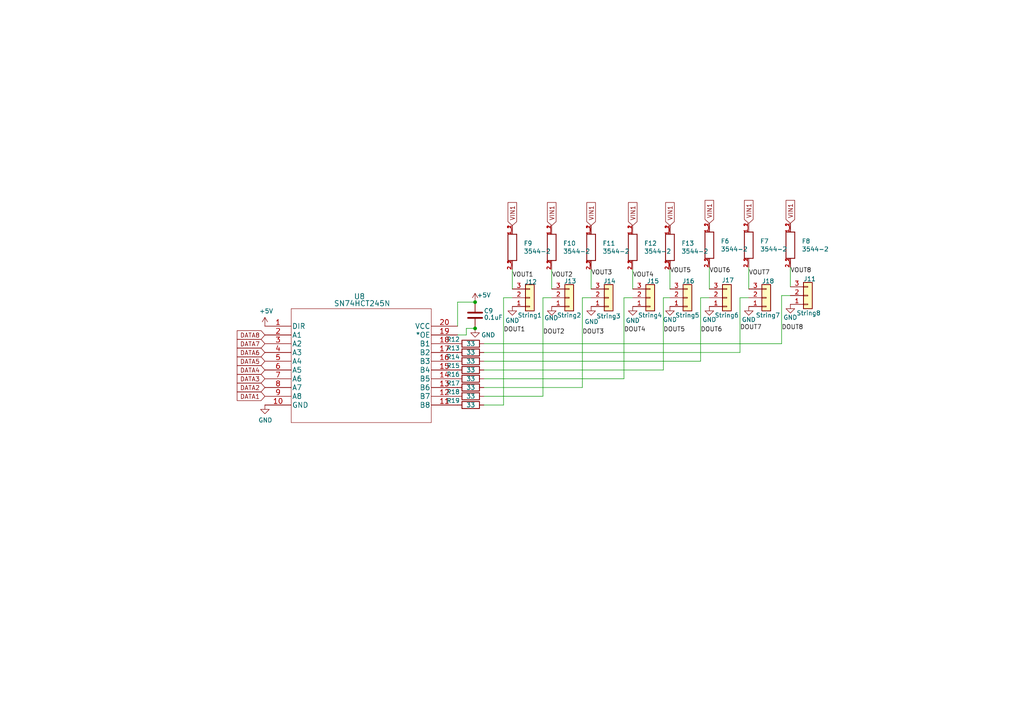
<source format=kicad_sch>
(kicad_sch (version 20211123) (generator eeschema)
  (paper "A4")
  (title_block (title "Pi CM4 16") (date "2022-09-03") (rev "v1") (company "Scott Hanson"))
  (lib_symbols
    (symbol "Connector_Generic:Conn_01x03" (pin_names (offset 1.016) hide)
      (property "Reference" "J" (at 0 5.08 0))
      (property "Value" "Conn_01x03" (at 0 -5.08 0))
      (symbol "Conn_01x03_1_1"
        (rectangle (start -1.27 -2.413) (end 0 -2.667) (stroke (width 0.1524)))
        (rectangle (start -1.27 0.127) (end 0 -0.127) (stroke (width 0.1524)))
        (rectangle (start -1.27 2.667) (end 0 2.413) (stroke (width 0.1524)))
        (rectangle (start -1.27 3.81) (end 1.27 -3.81) (stroke (width 0.254)) (fill (type background)))
        (pin passive line (at -5.08 2.54 0) (length 3.81) (name "Pin_1") (number "1"))
        (pin passive line (at -5.08 0 0) (length 3.81) (name "Pin_2") (number "2"))
        (pin passive line (at -5.08 -2.54 0) (length 3.81) (name "Pin_3") (number "3"))
      )
    )
    (symbol "Device:C" (pin_numbers hide) (pin_names (offset 0.254))
      (property "Reference" "C" (at 0.635 2.54 0))
      (property "Value" "C" (at 0.635 -2.54 0))
      (symbol "C_0_1"
        (polyline (pts (xy -2.032 -0.762) (xy 2.032 -0.762)) (stroke (width 0.508)))
        (polyline (pts (xy -2.032 0.762) (xy 2.032 0.762)) (stroke (width 0.508)))
      )
      (symbol "C_1_1"
        (pin passive line (at 0 3.81 270) (length 2.794) (name "~") (number "1"))
        (pin passive line (at 0 -3.81 90) (length 2.794) (name "~") (number "2"))
      )
    )
    (symbol "Device:R" (pin_numbers hide) (pin_names (offset 0))
      (property "Reference" "R" (at 2.032 0 90))
      (property "Value" "R" (at 0 0 90))
      (symbol "R_0_1"
        (rectangle (start -1.016 -2.54) (end 1.016 2.54) (stroke (width 0.254)))
      )
      (symbol "R_1_1"
        (pin passive line (at 0 3.81 270) (length 1.27) (name "~") (number "1"))
        (pin passive line (at 0 -3.81 90) (length 1.27) (name "~") (number "2"))
      )
    )
    (symbol "Pi_CM4_16-rescue:SN74HCT245N-SN74HCT245N" (pin_names (offset 0.254))
      (property "Reference" "U" (at 27.94 10.16 0))
      (property "Value" "SN74HCT245N-SN74HCT245N" (at 27.94 7.62 0))
      (symbol "SN74HCT245N-SN74HCT245N_1_0"
        (polyline (pts (xy 7.62 -27.94) (xy 48.26 -27.94)) (stroke (width 0.127)))
        (polyline (pts (xy 7.62 5.08) (xy 7.62 -27.94)) (stroke (width 0.127)))
        (polyline (pts (xy 48.26 -27.94) (xy 48.26 5.08)) (stroke (width 0.127)))
        (polyline (pts (xy 48.26 5.08) (xy 7.62 5.08)) (stroke (width 0.127)))
        (pin input line (at 0 0 0) (length 7.62) (name "DIR") (number "1"))
        (pin power_in line (at 0 -22.86 0) (length 7.62) (name "GND") (number "10"))
        (pin bidirectional line (at 55.88 -22.86 180) (length 7.62) (name "B8") (number "11"))
        (pin bidirectional line (at 55.88 -20.32 180) (length 7.62) (name "B7") (number "12"))
        (pin bidirectional line (at 55.88 -17.78 180) (length 7.62) (name "B6") (number "13"))
        (pin bidirectional line (at 55.88 -15.24 180) (length 7.62) (name "B5") (number "14"))
        (pin bidirectional line (at 55.88 -12.7 180) (length 7.62) (name "B4") (number "15"))
        (pin bidirectional line (at 55.88 -10.16 180) (length 7.62) (name "B3") (number "16"))
        (pin bidirectional line (at 55.88 -7.62 180) (length 7.62) (name "B2") (number "17"))
        (pin bidirectional line (at 55.88 -5.08 180) (length 7.62) (name "B1") (number "18"))
        (pin input line (at 55.88 -2.54 180) (length 7.62) (name "*OE") (number "19"))
        (pin bidirectional line (at 0 -2.54 0) (length 7.62) (name "A1") (number "2"))
        (pin power_in line (at 55.88 0 180) (length 7.62) (name "VCC") (number "20"))
        (pin bidirectional line (at 0 -5.08 0) (length 7.62) (name "A2") (number "3"))
        (pin bidirectional line (at 0 -7.62 0) (length 7.62) (name "A3") (number "4"))
        (pin bidirectional line (at 0 -10.16 0) (length 7.62) (name "A4") (number "5"))
        (pin bidirectional line (at 0 -12.7 0) (length 7.62) (name "A5") (number "6"))
        (pin bidirectional line (at 0 -15.24 0) (length 7.62) (name "A6") (number "7"))
        (pin bidirectional line (at 0 -17.78 0) (length 7.62) (name "A7") (number "8"))
        (pin bidirectional line (at 0 -20.32 0) (length 7.62) (name "A8") (number "9"))
      )
    )
    (symbol "Scotts:3544-2" (pin_names (offset 1.016) hide)
      (property "Reference" "F?" (at -3.81 2.54 0))
      (property "Value" "3544-2" (at -3.81 -2.54 0))
      (symbol "3544-2_0_0"
        (polyline (pts (xy -3.81 -1.27) (xy -3.81 1.27)) (stroke (width 0.254)))
        (polyline (pts (xy -3.81 1.27) (xy 3.81 1.27)) (stroke (width 0.254)))
        (polyline (pts (xy 3.81 -1.27) (xy -3.81 -1.27)) (stroke (width 0.254)))
        (polyline (pts (xy 3.81 1.27) (xy 3.81 -1.27)) (stroke (width 0.254)))
        (text "~" (at 0 0 0) (effects (font (size 1.27 1.27))))
        (pin passive line (at -6.35 0 0) (length 2.54) (name "1") (number "1_1"))
        (pin passive line (at -6.35 0 0) (length 2.54) (name "1") (number "1_2"))
        (pin passive line (at 6.35 0 180) (length 2.54) (name "2") (number "2_1"))
        (pin passive line (at 6.35 0 180) (length 2.54) (name "2") (number "2_2"))
      )
    )
    (symbol "power:+5V" (power) (pin_names (offset 0))
      (property "Value" "+5V" (at 0 3.556 0))
      (symbol "+5V_0_1"
        (polyline (pts (xy -0.762 1.27) (xy 0 2.54)))
        (polyline (pts (xy 0 0) (xy 0 2.54)))
        (polyline (pts (xy 0 2.54) (xy 0.762 1.27)))
      )
      (symbol "+5V_1_1"
        (pin power_in line (at 0 0 90) (length 0) hide (name "+5V") (number "1"))
      )
    )
    (symbol "power:GND" (power) (pin_names (offset 0))
      (property "Value" "GND" (at 0 -3.81 0))
      (symbol "GND_0_1"
        (polyline (pts (xy 0 0) (xy 0 -1.27) (xy 1.27 -1.27) (xy 0 -2.54) (xy -1.27 -1.27) (xy 0 -1.27)))
      )
      (symbol "GND_1_1"
        (pin power_in line (at 0 0 270) (length 0) hide (name "GND") (number "1"))
      )
    )
  )
  (junction (at 137.795 95.25))
  (junction (at 137.795 87.63))
  (wire (pts (xy 194.31 78.105) (xy 194.31 83.82)))
  (wire (pts (xy 140.335 104.775) (xy 203.2 104.775)))
  (wire (pts (xy 226.695 99.695) (xy 226.695 85.725)))
  (wire (pts (xy 132.715 97.155) (xy 135.255 97.155)))
  (wire (pts (xy 205.74 77.47) (xy 205.74 83.82)))
  (wire (pts (xy 217.17 86.36) (xy 214.63 86.36)))
  (wire (pts (xy 214.63 86.36) (xy 214.63 102.235)))
  (wire (pts (xy 132.715 87.63) (xy 132.715 94.615)))
  (wire (pts (xy 148.59 86.36) (xy 146.05 86.36)))
  (wire (pts (xy 135.255 95.25) (xy 137.795 95.25)))
  (wire (pts (xy 148.59 78.105) (xy 148.59 83.82)))
  (wire (pts (xy 160.02 86.36) (xy 157.48 86.36)))
  (wire (pts (xy 135.255 97.155) (xy 135.255 95.25)))
  (wire (pts (xy 140.335 99.695) (xy 226.695 99.695)))
  (wire (pts (xy 168.91 86.36) (xy 168.91 112.395)))
  (wire (pts (xy 183.515 86.36) (xy 180.975 86.36)))
  (wire (pts (xy 203.2 86.36) (xy 205.74 86.36)))
  (wire (pts (xy 171.45 86.36) (xy 168.91 86.36)))
  (wire (pts (xy 226.695 85.725) (xy 229.235 85.725)))
  (wire (pts (xy 214.63 102.235) (xy 140.335 102.235)))
  (wire (pts (xy 194.31 86.36) (xy 192.405 86.36)))
  (wire (pts (xy 146.05 86.36) (xy 146.05 117.475)))
  (wire (pts (xy 192.405 107.315) (xy 140.335 107.315)))
  (wire (pts (xy 157.48 86.36) (xy 157.48 114.935)))
  (wire (pts (xy 146.05 117.475) (xy 140.335 117.475)))
  (wire (pts (xy 157.48 114.935) (xy 140.335 114.935)))
  (wire (pts (xy 217.17 77.47) (xy 217.17 83.82)))
  (wire (pts (xy 183.515 78.105) (xy 183.515 83.82)))
  (wire (pts (xy 171.45 78.105) (xy 171.45 83.82)))
  (wire (pts (xy 229.235 77.47) (xy 229.235 83.185)))
  (wire (pts (xy 203.2 104.775) (xy 203.2 86.36)))
  (wire (pts (xy 137.795 87.63) (xy 132.715 87.63)))
  (wire (pts (xy 192.405 86.36) (xy 192.405 107.315)))
  (wire (pts (xy 168.91 112.395) (xy 140.335 112.395)))
  (wire (pts (xy 180.975 109.855) (xy 140.335 109.855)))
  (wire (pts (xy 180.975 86.36) (xy 180.975 109.855)))
  (wire (pts (xy 160.02 78.105) (xy 160.02 83.82)))
  (label "VOUT7" (at 217.17 80.01 0))
  (label "VOUT2" (at 160.02 80.645 0))
  (label "DOUT3" (at 168.91 97.155 0))
  (label "VOUT3" (at 171.45 80.01 0))
  (label "DOUT6" (at 203.2 96.52 0))
  (label "DOUT2" (at 157.48 97.155 0))
  (label "DOUT8" (at 226.695 95.885 0))
  (label "VOUT5" (at 194.31 79.375 0))
  (label "DOUT1" (at 146.05 96.52 0))
  (label "VOUT1" (at 148.59 80.645 0))
  (label "DOUT5" (at 192.405 96.52 0))
  (label "VOUT6" (at 205.74 79.375 0))
  (label "VOUT4" (at 183.515 80.645 0))
  (label "DOUT7" (at 214.63 95.885 0))
  (label "VOUT8" (at 229.235 79.375 0))
  (label "DOUT4" (at 180.975 96.52 0))
  (global_label "VIN1" (shape input) (at 171.45 65.405 90) (property "Intersheet References" "${INTERSHEET_REFS}" (effects hide)))
  (global_label "DATA2" (shape input) (at 76.835 112.395 180) (property "Intersheet References" "${INTERSHEET_REFS}" (effects hide)))
  (global_label "VIN1" (shape input) (at 217.17 64.77 90) (property "Intersheet References" "${INTERSHEET_REFS}" (effects hide)))
  (global_label "DATA8" (shape input) (at 76.835 97.155 180) (property "Intersheet References" "${INTERSHEET_REFS}" (effects hide)))
  (global_label "DATA6" (shape input) (at 76.835 102.235 180) (property "Intersheet References" "${INTERSHEET_REFS}" (effects hide)))
  (global_label "DATA1" (shape input) (at 76.835 114.935 180) (property "Intersheet References" "${INTERSHEET_REFS}" (effects hide)))
  (global_label "DATA4" (shape input) (at 76.835 107.315 180) (property "Intersheet References" "${INTERSHEET_REFS}" (effects hide)))
  (global_label "DATA3" (shape input) (at 76.835 109.855 180) (property "Intersheet References" "${INTERSHEET_REFS}" (effects hide)))
  (global_label "DATA7" (shape input) (at 76.835 99.695 180) (property "Intersheet References" "${INTERSHEET_REFS}" (effects hide)))
  (global_label "DATA5" (shape input) (at 76.835 104.775 180) (property "Intersheet References" "${INTERSHEET_REFS}" (effects hide)))
  (global_label "VIN1" (shape input) (at 183.515 65.405 90) (property "Intersheet References" "${INTERSHEET_REFS}" (effects hide)))
  (global_label "VIN1" (shape input) (at 229.235 64.77 90) (property "Intersheet References" "${INTERSHEET_REFS}" (effects hide)))
  (global_label "VIN1" (shape input) (at 194.31 65.405 90) (property "Intersheet References" "${INTERSHEET_REFS}" (effects hide)))
  (global_label "VIN1" (shape input) (at 160.02 65.405 90) (property "Intersheet References" "${INTERSHEET_REFS}" (effects hide)))
  (global_label "VIN1" (shape input) (at 205.74 64.77 90) (property "Intersheet References" "${INTERSHEET_REFS}" (effects hide)))
  (global_label "VIN1" (shape input) (at 148.59 65.405 90) (property "Intersheet References" "${INTERSHEET_REFS}" (effects hide)))
  (symbol (lib_id "Connector_Generic:Conn_01x03") (at 153.67 86.36 0) (mirror x) (unit 1)
    (property "Reference" "J12" (at 152.146 81.788 0) (effects (justify left)))
    (property "Value" "String1" (at 150.114 91.44 0) (effects (justify left)))
    (property "Footprint" "Scotts:PhoenixContact_MCV_3.81mm_3.5mm_1x03_Vertical" (effects hide))
    (property "Digi-Key_PN" "277-5737-ND/ED10555-ND" (effects hide))
    (property "MPN" "1843619/OSTTJ0311530" (effects hide))
    (property "LCSC" "C192778" (effects hide))
  )
  (symbol (lib_id "Connector_Generic:Conn_01x03") (at 165.1 86.36 0) (mirror x) (unit 1)
    (property "Reference" "J13" (at 163.576 81.534 0) (effects (justify left)))
    (property "Value" "String2" (at 161.544 91.44 0) (effects (justify left)))
    (property "Footprint" "Scotts:PhoenixContact_MCV_3.81mm_3.5mm_1x03_Vertical" (effects hide))
    (property "Digi-Key_PN" "277-5737-ND/ED10555-ND" (effects hide))
    (property "MPN" "1843619/OSTTJ0311530" (effects hide))
    (property "LCSC" "C192778" (effects hide))
  )
  (symbol (lib_id "Connector_Generic:Conn_01x03") (at 176.53 86.36 0) (mirror x) (unit 1)
    (property "Reference" "J14" (at 175.006 81.534 0) (effects (justify left)))
    (property "Value" "String3" (at 172.974 91.694 0) (effects (justify left)))
    (property "Footprint" "Scotts:PhoenixContact_MCV_3.81mm_3.5mm_1x03_Vertical" (effects hide))
    (property "Digi-Key_PN" "277-5737-ND/ED10555-ND" (effects hide))
    (property "MPN" "1843619/OSTTJ0311530" (effects hide))
    (property "LCSC" "C192778" (effects hide))
  )
  (symbol (lib_id "Connector_Generic:Conn_01x03") (at 188.595 86.36 0) (mirror x) (unit 1)
    (property "Reference" "J15" (at 187.579 81.534 0) (effects (justify left)))
    (property "Value" "String4" (at 185.039 91.44 0) (effects (justify left)))
    (property "Footprint" "Scotts:PhoenixContact_MCV_3.81mm_3.5mm_1x03_Vertical" (effects hide))
    (property "Digi-Key_PN" "277-5737-ND/ED10555-ND" (effects hide))
    (property "MPN" "1843619/OSTTJ0311530" (effects hide))
    (property "LCSC" "C192778" (effects hide))
  )
  (symbol (lib_id "Connector_Generic:Conn_01x03") (at 199.39 86.36 0) (mirror x) (unit 1)
    (property "Reference" "J16" (at 197.866 81.534 0) (effects (justify left)))
    (property "Value" "String5" (at 195.834 91.44 0) (effects (justify left)))
    (property "Footprint" "Scotts:PhoenixContact_MCV_3.81mm_3.5mm_1x03_Vertical" (effects hide))
    (property "Digi-Key_PN" "277-5737-ND/ED10555-ND" (effects hide))
    (property "MPN" "1843619/OSTTJ0311530" (effects hide))
    (property "LCSC" "C192778" (effects hide))
  )
  (symbol (lib_id "Connector_Generic:Conn_01x03") (at 210.82 86.36 0) (mirror x) (unit 1)
    (property "Reference" "J17" (at 209.296 81.28 0) (effects (justify left)))
    (property "Value" "String6" (at 207.264 91.44 0) (effects (justify left)))
    (property "Footprint" "Scotts:PhoenixContact_MCV_3.81mm_3.5mm_1x03_Vertical" (effects hide))
    (property "Digi-Key_PN" "277-5737-ND/ED10555-ND" (effects hide))
    (property "MPN" "1843619/OSTTJ0311530" (effects hide))
    (property "LCSC" "C192778" (effects hide))
  )
  (symbol (lib_id "Connector_Generic:Conn_01x03") (at 222.25 86.36 0) (mirror x) (unit 1)
    (property "Reference" "J18" (at 220.98 81.534 0) (effects (justify left)))
    (property "Value" "String7" (at 219.202 91.44 0) (effects (justify left)))
    (property "Footprint" "Scotts:PhoenixContact_MCV_3.81mm_3.5mm_1x03_Vertical" (effects hide))
    (property "Digi-Key_PN" "277-5737-ND/ED10555-ND" (effects hide))
    (property "MPN" "1843619/OSTTJ0311530" (effects hide))
    (property "LCSC" "C192778" (effects hide))
  )
  (symbol (lib_id "Connector_Generic:Conn_01x03") (at 234.315 85.725 0) (mirror x) (unit 1)
    (property "Reference" "J11" (at 233.045 80.899 0) (effects (justify left)))
    (property "Value" "String8" (at 231.013 90.805 0) (effects (justify left)))
    (property "Footprint" "Scotts:PhoenixContact_MCV_3.81mm_3.5mm_1x03_Vertical" (effects hide))
    (property "Digi-Key_PN" "277-5737-ND/ED10555-ND" (effects hide))
    (property "MPN" "1843619/OSTTJ0311530" (effects hide))
    (property "LCSC" "C192778" (effects hide))
  )
  (symbol (lib_id "power:GND") (at 148.59 88.9 0) (unit 1)
    (property "Reference" "#PWR046" (effects hide))
    (property "Value" "GND" (at 148.59 92.964 0))
  )
  (symbol (lib_id "power:GND") (at 160.02 88.9 0) (unit 1)
    (property "Reference" "#PWR047" (effects hide))
    (property "Value" "GND" (at 159.893 92.202 0))
  )
  (symbol (lib_id "power:GND") (at 171.45 88.9 0) (unit 1)
    (property "Reference" "#PWR048" (effects hide))
    (property "Value" "GND" (at 171.577 93.2942 0))
  )
  (symbol (lib_id "power:GND") (at 183.515 88.9 0) (unit 1)
    (property "Reference" "#PWR049" (effects hide))
    (property "Value" "GND" (at 183.515 92.964 0))
  )
  (symbol (lib_id "power:GND") (at 194.31 88.9 0) (unit 1)
    (property "Reference" "#PWR050" (effects hide))
    (property "Value" "GND" (at 194.31 92.71 0))
  )
  (symbol (lib_id "power:GND") (at 205.74 88.9 0) (unit 1)
    (property "Reference" "#PWR051" (effects hide))
    (property "Value" "GND" (at 205.74 92.71 0))
  )
  (symbol (lib_id "power:GND") (at 217.17 88.9 0) (unit 1)
    (property "Reference" "#PWR052" (effects hide))
    (property "Value" "GND" (at 217.17 92.71 0))
  )
  (symbol (lib_id "power:GND") (at 229.235 88.265 0) (unit 1)
    (property "Reference" "#PWR045" (effects hide))
    (property "Value" "GND" (at 229.235 92.075 0))
  )
  (symbol (lib_id "Scotts:3544-2") (at 160.02 71.755 270) (unit 1)
    (property "Reference" "F10" (at 163.322 70.5866 90) (effects (justify left)))
    (property "Value" "3544-2" (at 163.322 72.898 90) (effects (justify left)))
    (property "Footprint" "Scotts:FUSE_3544-2" (effects hide))
    (property "Field4" "3544-2" (effects hide))
    (property "Field5" "None" (effects hide))
    (property "Field6" "Unavailable" (effects hide))
    (property "Field7" "Fuse Clip; 500 VAC; 30 A; PCB; For 0.110 in. x 0.032 in. mini blade fuses" (effects hide))
    (property "Field8" "Keystone Electronics" (effects hide))
    (property "Digi-Key_PN" "36-3544-2-ND" (effects hide))
    (property "MPN" "3544-2" (effects hide))
    (property "LCSC" "C492610" (effects hide))
  )
  (symbol (lib_id "Scotts:3544-2") (at 171.45 71.755 270) (unit 1)
    (property "Reference" "F11" (at 174.752 70.5866 90) (effects (justify left)))
    (property "Value" "3544-2" (at 174.752 72.898 90) (effects (justify left)))
    (property "Footprint" "Scotts:FUSE_3544-2" (effects hide))
    (property "Field4" "3544-2" (effects hide))
    (property "Field5" "None" (effects hide))
    (property "Field6" "Unavailable" (effects hide))
    (property "Field7" "Fuse Clip; 500 VAC; 30 A; PCB; For 0.110 in. x 0.032 in. mini blade fuses" (effects hide))
    (property "Field8" "Keystone Electronics" (effects hide))
    (property "Digi-Key_PN" "36-3544-2-ND" (effects hide))
    (property "MPN" "3544-2" (effects hide))
    (property "LCSC" "C492610" (effects hide))
  )
  (symbol (lib_id "Scotts:3544-2") (at 183.515 71.755 270) (unit 1)
    (property "Reference" "F12" (at 186.817 70.5866 90) (effects (justify left)))
    (property "Value" "3544-2" (at 186.817 72.898 90) (effects (justify left)))
    (property "Footprint" "Scotts:FUSE_3544-2" (effects hide))
    (property "Field4" "3544-2" (effects hide))
    (property "Field5" "None" (effects hide))
    (property "Field6" "Unavailable" (effects hide))
    (property "Field7" "Fuse Clip; 500 VAC; 30 A; PCB; For 0.110 in. x 0.032 in. mini blade fuses" (effects hide))
    (property "Field8" "Keystone Electronics" (effects hide))
    (property "Digi-Key_PN" "36-3544-2-ND" (effects hide))
    (property "MPN" "3544-2" (effects hide))
    (property "LCSC" "C492610" (effects hide))
  )
  (symbol (lib_id "Scotts:3544-2") (at 194.31 71.755 270) (unit 1)
    (property "Reference" "F13" (at 197.612 70.5866 90) (effects (justify left)))
    (property "Value" "3544-2" (at 197.612 72.898 90) (effects (justify left)))
    (property "Footprint" "Scotts:FUSE_3544-2" (effects hide))
    (property "Field4" "3544-2" (effects hide))
    (property "Field5" "None" (effects hide))
    (property "Field6" "Unavailable" (effects hide))
    (property "Field7" "Fuse Clip; 500 VAC; 30 A; PCB; For 0.110 in. x 0.032 in. mini blade fuses" (effects hide))
    (property "Field8" "Keystone Electronics" (effects hide))
    (property "Digi-Key_PN" "36-3544-2-ND" (effects hide))
    (property "MPN" "3544-2" (effects hide))
    (property "LCSC" "C492610" (effects hide))
  )
  (symbol (lib_id "Scotts:3544-2") (at 205.74 71.12 270) (unit 1)
    (property "Reference" "F6" (at 209.042 69.9516 90) (effects (justify left)))
    (property "Value" "3544-2" (at 209.042 72.263 90) (effects (justify left)))
    (property "Footprint" "Scotts:FUSE_3544-2" (effects hide))
    (property "Field4" "3544-2" (effects hide))
    (property "Field5" "None" (effects hide))
    (property "Field6" "Unavailable" (effects hide))
    (property "Field7" "Fuse Clip; 500 VAC; 30 A; PCB; For 0.110 in. x 0.032 in. mini blade fuses" (effects hide))
    (property "Field8" "Keystone Electronics" (effects hide))
    (property "Digi-Key_PN" "36-3544-2-ND" (effects hide))
    (property "MPN" "3544-2" (effects hide))
    (property "LCSC" "C492610" (effects hide))
  )
  (symbol (lib_id "Scotts:3544-2") (at 217.17 71.12 270) (unit 1)
    (property "Reference" "F7" (at 220.472 69.9516 90) (effects (justify left)))
    (property "Value" "3544-2" (at 220.472 72.263 90) (effects (justify left)))
    (property "Footprint" "Scotts:FUSE_3544-2" (effects hide))
    (property "Field4" "3544-2" (effects hide))
    (property "Field5" "None" (effects hide))
    (property "Field6" "Unavailable" (effects hide))
    (property "Field7" "Fuse Clip; 500 VAC; 30 A; PCB; For 0.110 in. x 0.032 in. mini blade fuses" (effects hide))
    (property "Field8" "Keystone Electronics" (effects hide))
    (property "Digi-Key_PN" "36-3544-2-ND" (effects hide))
    (property "MPN" "3544-2" (effects hide))
    (property "LCSC" "C492610" (effects hide))
  )
  (symbol (lib_id "Scotts:3544-2") (at 229.235 71.12 270) (unit 1)
    (property "Reference" "F8" (at 232.537 69.9516 90) (effects (justify left)))
    (property "Value" "3544-2" (at 232.537 72.263 90) (effects (justify left)))
    (property "Footprint" "Scotts:FUSE_3544-2" (effects hide))
    (property "Field4" "3544-2" (effects hide))
    (property "Field5" "None" (effects hide))
    (property "Field6" "Unavailable" (effects hide))
    (property "Field7" "Fuse Clip; 500 VAC; 30 A; PCB; For 0.110 in. x 0.032 in. mini blade fuses" (effects hide))
    (property "Field8" "Keystone Electronics" (effects hide))
    (property "Digi-Key_PN" "36-3544-2-ND" (effects hide))
    (property "MPN" "3544-2" (effects hide))
    (property "LCSC" "C492610" (effects hide))
  )
  (symbol (lib_id "power:GND") (at 137.795 95.25 0) (unit 1)
    (property "Reference" "#PWR054" (effects hide))
    (property "Value" "GND" (at 141.605 97.155 0))
  )
  (symbol (lib_id "power:+5V") (at 76.835 94.615 0) (unit 1)
    (property "Reference" "#PWR053" (effects hide))
    (property "Value" "+5V" (at 77.216 90.2208 0))
  )
  (symbol (lib_id "power:GND") (at 76.835 117.475 0) (unit 1)
    (property "Reference" "#PWR055" (effects hide))
    (property "Value" "GND" (at 76.962 121.8692 0))
  )
  (symbol (lib_id "Device:C") (at 137.795 91.44 0) (unit 1)
    (property "Reference" "C9" (at 140.335 90.17 0) (effects (justify left)))
    (property "Value" "0.1uF" (at 140.335 92.075 0) (effects (justify left)))
    (property "Footprint" "Capacitor_SMD:C_0603_1608Metric_Pad1.08x0.95mm_HandSolder" (effects hide))
    (property "Digi-Key_PN" "1276-1935-2-ND" (effects hide))
    (property "MPN" "CL10B104KB8NNWC" (effects hide))
    (property "LCSC" "C14663" (effects hide))
  )
  (symbol (lib_id "power:+5V") (at 137.795 87.63 0) (unit 1)
    (property "Reference" "#PWR044" (effects hide))
    (property "Value" "+5V" (at 140.335 85.598 0))
  )
  (symbol (lib_id "Pi_CM4_16-rescue:SN74HCT245N-SN74HCT245N") (at 76.835 94.615 0) (unit 1)
    (property "Reference" "U8" (at 104.267 85.979 0) (effects (font (size 1.524 1.524))))
    (property "Value" "SN74HCT245N" (at 105.029 88.011 0) (effects (font (size 1.524 1.524))))
    (property "Footprint" "SN74HCT245NSR:SN74HCT245NSR" (effects hide))
    (property "Digi-Key_PN" "296-15849-1-ND" (effects hide))
    (property "MPN" "SN74HCT245NSR" (effects hide))
    (property "LCSC" "C133641" (effects hide))
  )
  (symbol (lib_id "Scotts:3544-2") (at 148.59 71.755 270) (unit 1)
    (property "Reference" "F9" (at 151.892 70.5866 90) (effects (justify left)))
    (property "Value" "3544-2" (at 151.892 72.898 90) (effects (justify left)))
    (property "Footprint" "Scotts:FUSE_3544-2" (effects hide))
    (property "Field4" "3544-2" (effects hide))
    (property "Field5" "None" (effects hide))
    (property "Field6" "Unavailable" (effects hide))
    (property "Field7" "Fuse Clip; 500 VAC; 30 A; PCB; For 0.110 in. x 0.032 in. mini blade fuses" (effects hide))
    (property "Field8" "Keystone Electronics" (effects hide))
    (property "Digi-Key_PN" "36-3544-2-ND" (effects hide))
    (property "MPN" "3544-2" (effects hide))
    (property "LCSC" "C492610" (effects hide))
  )
  (symbol (lib_id "Device:R") (at 136.525 102.235 90) (unit 1)
    (property "Reference" "R13" (at 131.445 100.965 90))
    (property "Value" "33" (at 136.525 102.235 90))
    (property "Footprint" "Resistor_SMD:R_0603_1608Metric_Pad0.98x0.95mm_HandSolder" (effects hide))
    (property "LCSC" "C23140" (effects hide))
    (property "Digi-Key_PN" "311-33.0HRCT-ND" (effects hide))
    (property "MPN" "RC0603FR-0733RL" (effects hide))
  )
  (symbol (lib_id "Device:R") (at 136.525 104.775 90) (unit 1)
    (property "Reference" "R14" (at 131.445 103.505 90))
    (property "Value" "33" (at 136.525 104.775 90))
    (property "Footprint" "Resistor_SMD:R_0603_1608Metric_Pad0.98x0.95mm_HandSolder" (effects hide))
    (property "LCSC" "C23140" (effects hide))
    (property "Digi-Key_PN" "311-33.0HRCT-ND" (effects hide))
    (property "MPN" "RC0603FR-0733RL" (effects hide))
  )
  (symbol (lib_id "Device:R") (at 136.525 112.395 90) (unit 1)
    (property "Reference" "R17" (at 131.445 111.125 90))
    (property "Value" "33" (at 136.525 112.395 90))
    (property "Footprint" "Resistor_SMD:R_0603_1608Metric_Pad0.98x0.95mm_HandSolder" (effects hide))
    (property "LCSC" "C23140" (effects hide))
    (property "Digi-Key_PN" "311-33.0HRCT-ND" (effects hide))
    (property "MPN" "RC0603FR-0733RL" (effects hide))
  )
  (symbol (lib_id "Device:R") (at 136.525 114.935 90) (unit 1)
    (property "Reference" "R18" (at 131.445 113.665 90))
    (property "Value" "33" (at 136.525 114.935 90))
    (property "Footprint" "Resistor_SMD:R_0603_1608Metric_Pad0.98x0.95mm_HandSolder" (effects hide))
    (property "LCSC" "C23140" (effects hide))
    (property "Digi-Key_PN" "311-33.0HRCT-ND" (effects hide))
    (property "MPN" "RC0603FR-0733RL" (effects hide))
  )
  (symbol (lib_id "Device:R") (at 136.525 99.695 90) (unit 1)
    (property "Reference" "R12" (at 131.445 98.425 90))
    (property "Value" "33" (at 136.525 99.695 90))
    (property "Footprint" "Resistor_SMD:R_0603_1608Metric_Pad0.98x0.95mm_HandSolder" (effects hide))
    (property "LCSC" "C23140" (effects hide))
    (property "Digi-Key_PN" "311-33.0HRCT-ND" (effects hide))
    (property "MPN" "RC0603FR-0733RL" (effects hide))
  )
  (symbol (lib_id "Device:R") (at 136.525 117.475 90) (unit 1)
    (property "Reference" "R19" (at 131.445 116.205 90))
    (property "Value" "33" (at 136.525 117.475 90))
    (property "Footprint" "Resistor_SMD:R_0603_1608Metric_Pad0.98x0.95mm_HandSolder" (effects hide))
    (property "LCSC" "C23140" (effects hide))
    (property "Digi-Key_PN" "311-33.0HRCT-ND" (effects hide))
    (property "MPN" "RC0603FR-0733RL" (effects hide))
  )
  (symbol (lib_id "Device:R") (at 136.525 109.855 90) (unit 1)
    (property "Reference" "R16" (at 131.445 108.585 90))
    (property "Value" "33" (at 136.525 109.855 90))
    (property "Footprint" "Resistor_SMD:R_0603_1608Metric_Pad0.98x0.95mm_HandSolder" (effects hide))
    (property "LCSC" "C23140" (effects hide))
    (property "Digi-Key_PN" "311-33.0HRCT-ND" (effects hide))
    (property "MPN" "RC0603FR-0733RL" (effects hide))
  )
  (symbol (lib_id "Device:R") (at 136.525 107.315 90) (unit 1)
    (property "Reference" "R15" (at 131.445 106.045 90))
    (property "Value" "33" (at 136.525 107.315 90))
    (property "Footprint" "Resistor_SMD:R_0603_1608Metric_Pad0.98x0.95mm_HandSolder" (effects hide))
    (property "LCSC" "C23140" (effects hide))
    (property "Digi-Key_PN" "311-33.0HRCT-ND" (effects hide))
    (property "MPN" "RC0603FR-0733RL" (effects hide))
  )
)
</source>
